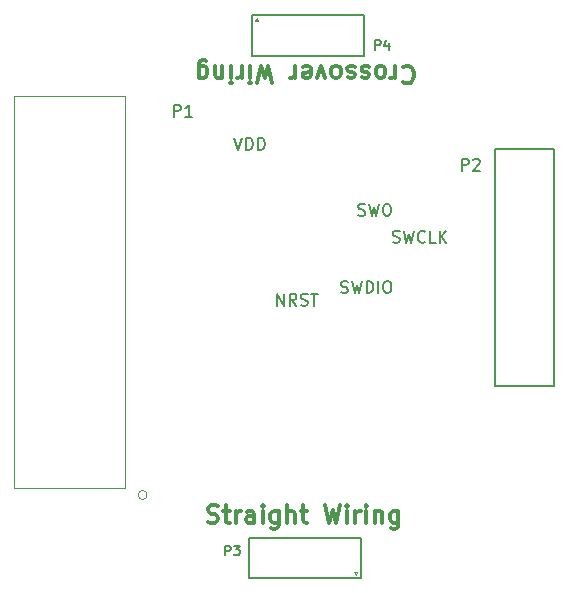
<source format=gbr>
%TF.GenerationSoftware,KiCad,Pcbnew,7.0.6*%
%TF.CreationDate,2023-08-02T20:25:14-07:00*%
%TF.ProjectId,A0004-SWD-Adapter,41303030-342d-4535-9744-2d4164617074,rev?*%
%TF.SameCoordinates,Original*%
%TF.FileFunction,Legend,Top*%
%TF.FilePolarity,Positive*%
%FSLAX46Y46*%
G04 Gerber Fmt 4.6, Leading zero omitted, Abs format (unit mm)*
G04 Created by KiCad (PCBNEW 7.0.6) date 2023-08-02 20:25:14*
%MOMM*%
%LPD*%
G01*
G04 APERTURE LIST*
%ADD10C,0.300000*%
%ADD11C,0.150000*%
%ADD12C,0.177800*%
%ADD13C,0.120000*%
%ADD14C,0.203200*%
%ADD15C,0.050800*%
%ADD16C,0.127000*%
G04 APERTURE END LIST*
D10*
X143622346Y-81633528D02*
X143693774Y-81562100D01*
X143693774Y-81562100D02*
X143908060Y-81490671D01*
X143908060Y-81490671D02*
X144050917Y-81490671D01*
X144050917Y-81490671D02*
X144265203Y-81562100D01*
X144265203Y-81562100D02*
X144408060Y-81704957D01*
X144408060Y-81704957D02*
X144479489Y-81847814D01*
X144479489Y-81847814D02*
X144550917Y-82133528D01*
X144550917Y-82133528D02*
X144550917Y-82347814D01*
X144550917Y-82347814D02*
X144479489Y-82633528D01*
X144479489Y-82633528D02*
X144408060Y-82776385D01*
X144408060Y-82776385D02*
X144265203Y-82919242D01*
X144265203Y-82919242D02*
X144050917Y-82990671D01*
X144050917Y-82990671D02*
X143908060Y-82990671D01*
X143908060Y-82990671D02*
X143693774Y-82919242D01*
X143693774Y-82919242D02*
X143622346Y-82847814D01*
X142979489Y-81490671D02*
X142979489Y-82490671D01*
X142979489Y-82204957D02*
X142908060Y-82347814D01*
X142908060Y-82347814D02*
X142836632Y-82419242D01*
X142836632Y-82419242D02*
X142693774Y-82490671D01*
X142693774Y-82490671D02*
X142550917Y-82490671D01*
X141836632Y-81490671D02*
X141979489Y-81562100D01*
X141979489Y-81562100D02*
X142050918Y-81633528D01*
X142050918Y-81633528D02*
X142122346Y-81776385D01*
X142122346Y-81776385D02*
X142122346Y-82204957D01*
X142122346Y-82204957D02*
X142050918Y-82347814D01*
X142050918Y-82347814D02*
X141979489Y-82419242D01*
X141979489Y-82419242D02*
X141836632Y-82490671D01*
X141836632Y-82490671D02*
X141622346Y-82490671D01*
X141622346Y-82490671D02*
X141479489Y-82419242D01*
X141479489Y-82419242D02*
X141408061Y-82347814D01*
X141408061Y-82347814D02*
X141336632Y-82204957D01*
X141336632Y-82204957D02*
X141336632Y-81776385D01*
X141336632Y-81776385D02*
X141408061Y-81633528D01*
X141408061Y-81633528D02*
X141479489Y-81562100D01*
X141479489Y-81562100D02*
X141622346Y-81490671D01*
X141622346Y-81490671D02*
X141836632Y-81490671D01*
X140765203Y-81562100D02*
X140622346Y-81490671D01*
X140622346Y-81490671D02*
X140336632Y-81490671D01*
X140336632Y-81490671D02*
X140193775Y-81562100D01*
X140193775Y-81562100D02*
X140122346Y-81704957D01*
X140122346Y-81704957D02*
X140122346Y-81776385D01*
X140122346Y-81776385D02*
X140193775Y-81919242D01*
X140193775Y-81919242D02*
X140336632Y-81990671D01*
X140336632Y-81990671D02*
X140550918Y-81990671D01*
X140550918Y-81990671D02*
X140693775Y-82062100D01*
X140693775Y-82062100D02*
X140765203Y-82204957D01*
X140765203Y-82204957D02*
X140765203Y-82276385D01*
X140765203Y-82276385D02*
X140693775Y-82419242D01*
X140693775Y-82419242D02*
X140550918Y-82490671D01*
X140550918Y-82490671D02*
X140336632Y-82490671D01*
X140336632Y-82490671D02*
X140193775Y-82419242D01*
X139550917Y-81562100D02*
X139408060Y-81490671D01*
X139408060Y-81490671D02*
X139122346Y-81490671D01*
X139122346Y-81490671D02*
X138979489Y-81562100D01*
X138979489Y-81562100D02*
X138908060Y-81704957D01*
X138908060Y-81704957D02*
X138908060Y-81776385D01*
X138908060Y-81776385D02*
X138979489Y-81919242D01*
X138979489Y-81919242D02*
X139122346Y-81990671D01*
X139122346Y-81990671D02*
X139336632Y-81990671D01*
X139336632Y-81990671D02*
X139479489Y-82062100D01*
X139479489Y-82062100D02*
X139550917Y-82204957D01*
X139550917Y-82204957D02*
X139550917Y-82276385D01*
X139550917Y-82276385D02*
X139479489Y-82419242D01*
X139479489Y-82419242D02*
X139336632Y-82490671D01*
X139336632Y-82490671D02*
X139122346Y-82490671D01*
X139122346Y-82490671D02*
X138979489Y-82419242D01*
X138050917Y-81490671D02*
X138193774Y-81562100D01*
X138193774Y-81562100D02*
X138265203Y-81633528D01*
X138265203Y-81633528D02*
X138336631Y-81776385D01*
X138336631Y-81776385D02*
X138336631Y-82204957D01*
X138336631Y-82204957D02*
X138265203Y-82347814D01*
X138265203Y-82347814D02*
X138193774Y-82419242D01*
X138193774Y-82419242D02*
X138050917Y-82490671D01*
X138050917Y-82490671D02*
X137836631Y-82490671D01*
X137836631Y-82490671D02*
X137693774Y-82419242D01*
X137693774Y-82419242D02*
X137622346Y-82347814D01*
X137622346Y-82347814D02*
X137550917Y-82204957D01*
X137550917Y-82204957D02*
X137550917Y-81776385D01*
X137550917Y-81776385D02*
X137622346Y-81633528D01*
X137622346Y-81633528D02*
X137693774Y-81562100D01*
X137693774Y-81562100D02*
X137836631Y-81490671D01*
X137836631Y-81490671D02*
X138050917Y-81490671D01*
X137050917Y-82490671D02*
X136693774Y-81490671D01*
X136693774Y-81490671D02*
X136336631Y-82490671D01*
X135193774Y-81562100D02*
X135336631Y-81490671D01*
X135336631Y-81490671D02*
X135622346Y-81490671D01*
X135622346Y-81490671D02*
X135765203Y-81562100D01*
X135765203Y-81562100D02*
X135836631Y-81704957D01*
X135836631Y-81704957D02*
X135836631Y-82276385D01*
X135836631Y-82276385D02*
X135765203Y-82419242D01*
X135765203Y-82419242D02*
X135622346Y-82490671D01*
X135622346Y-82490671D02*
X135336631Y-82490671D01*
X135336631Y-82490671D02*
X135193774Y-82419242D01*
X135193774Y-82419242D02*
X135122346Y-82276385D01*
X135122346Y-82276385D02*
X135122346Y-82133528D01*
X135122346Y-82133528D02*
X135836631Y-81990671D01*
X134479489Y-81490671D02*
X134479489Y-82490671D01*
X134479489Y-82204957D02*
X134408060Y-82347814D01*
X134408060Y-82347814D02*
X134336632Y-82419242D01*
X134336632Y-82419242D02*
X134193774Y-82490671D01*
X134193774Y-82490671D02*
X134050917Y-82490671D01*
X132550918Y-82990671D02*
X132193775Y-81490671D01*
X132193775Y-81490671D02*
X131908061Y-82562100D01*
X131908061Y-82562100D02*
X131622346Y-81490671D01*
X131622346Y-81490671D02*
X131265204Y-82990671D01*
X130693775Y-81490671D02*
X130693775Y-82490671D01*
X130693775Y-82990671D02*
X130765203Y-82919242D01*
X130765203Y-82919242D02*
X130693775Y-82847814D01*
X130693775Y-82847814D02*
X130622346Y-82919242D01*
X130622346Y-82919242D02*
X130693775Y-82990671D01*
X130693775Y-82990671D02*
X130693775Y-82847814D01*
X129979489Y-81490671D02*
X129979489Y-82490671D01*
X129979489Y-82204957D02*
X129908060Y-82347814D01*
X129908060Y-82347814D02*
X129836632Y-82419242D01*
X129836632Y-82419242D02*
X129693774Y-82490671D01*
X129693774Y-82490671D02*
X129550917Y-82490671D01*
X129050918Y-81490671D02*
X129050918Y-82490671D01*
X129050918Y-82990671D02*
X129122346Y-82919242D01*
X129122346Y-82919242D02*
X129050918Y-82847814D01*
X129050918Y-82847814D02*
X128979489Y-82919242D01*
X128979489Y-82919242D02*
X129050918Y-82990671D01*
X129050918Y-82990671D02*
X129050918Y-82847814D01*
X128336632Y-82490671D02*
X128336632Y-81490671D01*
X128336632Y-82347814D02*
X128265203Y-82419242D01*
X128265203Y-82419242D02*
X128122346Y-82490671D01*
X128122346Y-82490671D02*
X127908060Y-82490671D01*
X127908060Y-82490671D02*
X127765203Y-82419242D01*
X127765203Y-82419242D02*
X127693775Y-82276385D01*
X127693775Y-82276385D02*
X127693775Y-81490671D01*
X126336632Y-82490671D02*
X126336632Y-81276385D01*
X126336632Y-81276385D02*
X126408060Y-81133528D01*
X126408060Y-81133528D02*
X126479489Y-81062100D01*
X126479489Y-81062100D02*
X126622346Y-80990671D01*
X126622346Y-80990671D02*
X126836632Y-80990671D01*
X126836632Y-80990671D02*
X126979489Y-81062100D01*
X126336632Y-81562100D02*
X126479489Y-81490671D01*
X126479489Y-81490671D02*
X126765203Y-81490671D01*
X126765203Y-81490671D02*
X126908060Y-81562100D01*
X126908060Y-81562100D02*
X126979489Y-81633528D01*
X126979489Y-81633528D02*
X127050917Y-81776385D01*
X127050917Y-81776385D02*
X127050917Y-82204957D01*
X127050917Y-82204957D02*
X126979489Y-82347814D01*
X126979489Y-82347814D02*
X126908060Y-82419242D01*
X126908060Y-82419242D02*
X126765203Y-82490671D01*
X126765203Y-82490671D02*
X126479489Y-82490671D01*
X126479489Y-82490671D02*
X126336632Y-82419242D01*
X127102082Y-120113900D02*
X127316368Y-120185328D01*
X127316368Y-120185328D02*
X127673510Y-120185328D01*
X127673510Y-120185328D02*
X127816368Y-120113900D01*
X127816368Y-120113900D02*
X127887796Y-120042471D01*
X127887796Y-120042471D02*
X127959225Y-119899614D01*
X127959225Y-119899614D02*
X127959225Y-119756757D01*
X127959225Y-119756757D02*
X127887796Y-119613900D01*
X127887796Y-119613900D02*
X127816368Y-119542471D01*
X127816368Y-119542471D02*
X127673510Y-119471042D01*
X127673510Y-119471042D02*
X127387796Y-119399614D01*
X127387796Y-119399614D02*
X127244939Y-119328185D01*
X127244939Y-119328185D02*
X127173510Y-119256757D01*
X127173510Y-119256757D02*
X127102082Y-119113900D01*
X127102082Y-119113900D02*
X127102082Y-118971042D01*
X127102082Y-118971042D02*
X127173510Y-118828185D01*
X127173510Y-118828185D02*
X127244939Y-118756757D01*
X127244939Y-118756757D02*
X127387796Y-118685328D01*
X127387796Y-118685328D02*
X127744939Y-118685328D01*
X127744939Y-118685328D02*
X127959225Y-118756757D01*
X128387796Y-119185328D02*
X128959224Y-119185328D01*
X128602081Y-118685328D02*
X128602081Y-119971042D01*
X128602081Y-119971042D02*
X128673510Y-120113900D01*
X128673510Y-120113900D02*
X128816367Y-120185328D01*
X128816367Y-120185328D02*
X128959224Y-120185328D01*
X129459224Y-120185328D02*
X129459224Y-119185328D01*
X129459224Y-119471042D02*
X129530653Y-119328185D01*
X129530653Y-119328185D02*
X129602082Y-119256757D01*
X129602082Y-119256757D02*
X129744939Y-119185328D01*
X129744939Y-119185328D02*
X129887796Y-119185328D01*
X131030653Y-120185328D02*
X131030653Y-119399614D01*
X131030653Y-119399614D02*
X130959224Y-119256757D01*
X130959224Y-119256757D02*
X130816367Y-119185328D01*
X130816367Y-119185328D02*
X130530653Y-119185328D01*
X130530653Y-119185328D02*
X130387795Y-119256757D01*
X131030653Y-120113900D02*
X130887795Y-120185328D01*
X130887795Y-120185328D02*
X130530653Y-120185328D01*
X130530653Y-120185328D02*
X130387795Y-120113900D01*
X130387795Y-120113900D02*
X130316367Y-119971042D01*
X130316367Y-119971042D02*
X130316367Y-119828185D01*
X130316367Y-119828185D02*
X130387795Y-119685328D01*
X130387795Y-119685328D02*
X130530653Y-119613900D01*
X130530653Y-119613900D02*
X130887795Y-119613900D01*
X130887795Y-119613900D02*
X131030653Y-119542471D01*
X131744938Y-120185328D02*
X131744938Y-119185328D01*
X131744938Y-118685328D02*
X131673510Y-118756757D01*
X131673510Y-118756757D02*
X131744938Y-118828185D01*
X131744938Y-118828185D02*
X131816367Y-118756757D01*
X131816367Y-118756757D02*
X131744938Y-118685328D01*
X131744938Y-118685328D02*
X131744938Y-118828185D01*
X133102082Y-119185328D02*
X133102082Y-120399614D01*
X133102082Y-120399614D02*
X133030653Y-120542471D01*
X133030653Y-120542471D02*
X132959224Y-120613900D01*
X132959224Y-120613900D02*
X132816367Y-120685328D01*
X132816367Y-120685328D02*
X132602082Y-120685328D01*
X132602082Y-120685328D02*
X132459224Y-120613900D01*
X133102082Y-120113900D02*
X132959224Y-120185328D01*
X132959224Y-120185328D02*
X132673510Y-120185328D01*
X132673510Y-120185328D02*
X132530653Y-120113900D01*
X132530653Y-120113900D02*
X132459224Y-120042471D01*
X132459224Y-120042471D02*
X132387796Y-119899614D01*
X132387796Y-119899614D02*
X132387796Y-119471042D01*
X132387796Y-119471042D02*
X132459224Y-119328185D01*
X132459224Y-119328185D02*
X132530653Y-119256757D01*
X132530653Y-119256757D02*
X132673510Y-119185328D01*
X132673510Y-119185328D02*
X132959224Y-119185328D01*
X132959224Y-119185328D02*
X133102082Y-119256757D01*
X133816367Y-120185328D02*
X133816367Y-118685328D01*
X134459225Y-120185328D02*
X134459225Y-119399614D01*
X134459225Y-119399614D02*
X134387796Y-119256757D01*
X134387796Y-119256757D02*
X134244939Y-119185328D01*
X134244939Y-119185328D02*
X134030653Y-119185328D01*
X134030653Y-119185328D02*
X133887796Y-119256757D01*
X133887796Y-119256757D02*
X133816367Y-119328185D01*
X134959225Y-119185328D02*
X135530653Y-119185328D01*
X135173510Y-118685328D02*
X135173510Y-119971042D01*
X135173510Y-119971042D02*
X135244939Y-120113900D01*
X135244939Y-120113900D02*
X135387796Y-120185328D01*
X135387796Y-120185328D02*
X135530653Y-120185328D01*
X137030653Y-118685328D02*
X137387796Y-120185328D01*
X137387796Y-120185328D02*
X137673510Y-119113900D01*
X137673510Y-119113900D02*
X137959225Y-120185328D01*
X137959225Y-120185328D02*
X138316368Y-118685328D01*
X138887796Y-120185328D02*
X138887796Y-119185328D01*
X138887796Y-118685328D02*
X138816368Y-118756757D01*
X138816368Y-118756757D02*
X138887796Y-118828185D01*
X138887796Y-118828185D02*
X138959225Y-118756757D01*
X138959225Y-118756757D02*
X138887796Y-118685328D01*
X138887796Y-118685328D02*
X138887796Y-118828185D01*
X139602082Y-120185328D02*
X139602082Y-119185328D01*
X139602082Y-119471042D02*
X139673511Y-119328185D01*
X139673511Y-119328185D02*
X139744940Y-119256757D01*
X139744940Y-119256757D02*
X139887797Y-119185328D01*
X139887797Y-119185328D02*
X140030654Y-119185328D01*
X140530653Y-120185328D02*
X140530653Y-119185328D01*
X140530653Y-118685328D02*
X140459225Y-118756757D01*
X140459225Y-118756757D02*
X140530653Y-118828185D01*
X140530653Y-118828185D02*
X140602082Y-118756757D01*
X140602082Y-118756757D02*
X140530653Y-118685328D01*
X140530653Y-118685328D02*
X140530653Y-118828185D01*
X141244939Y-119185328D02*
X141244939Y-120185328D01*
X141244939Y-119328185D02*
X141316368Y-119256757D01*
X141316368Y-119256757D02*
X141459225Y-119185328D01*
X141459225Y-119185328D02*
X141673511Y-119185328D01*
X141673511Y-119185328D02*
X141816368Y-119256757D01*
X141816368Y-119256757D02*
X141887797Y-119399614D01*
X141887797Y-119399614D02*
X141887797Y-120185328D01*
X143244940Y-119185328D02*
X143244940Y-120399614D01*
X143244940Y-120399614D02*
X143173511Y-120542471D01*
X143173511Y-120542471D02*
X143102082Y-120613900D01*
X143102082Y-120613900D02*
X142959225Y-120685328D01*
X142959225Y-120685328D02*
X142744940Y-120685328D01*
X142744940Y-120685328D02*
X142602082Y-120613900D01*
X143244940Y-120113900D02*
X143102082Y-120185328D01*
X143102082Y-120185328D02*
X142816368Y-120185328D01*
X142816368Y-120185328D02*
X142673511Y-120113900D01*
X142673511Y-120113900D02*
X142602082Y-120042471D01*
X142602082Y-120042471D02*
X142530654Y-119899614D01*
X142530654Y-119899614D02*
X142530654Y-119471042D01*
X142530654Y-119471042D02*
X142602082Y-119328185D01*
X142602082Y-119328185D02*
X142673511Y-119256757D01*
X142673511Y-119256757D02*
X142816368Y-119185328D01*
X142816368Y-119185328D02*
X143102082Y-119185328D01*
X143102082Y-119185328D02*
X143244940Y-119256757D01*
D11*
X124229905Y-85798818D02*
X124229905Y-84798818D01*
X124229905Y-84798818D02*
X124610857Y-84798818D01*
X124610857Y-84798818D02*
X124706095Y-84846437D01*
X124706095Y-84846437D02*
X124753714Y-84894056D01*
X124753714Y-84894056D02*
X124801333Y-84989294D01*
X124801333Y-84989294D02*
X124801333Y-85132151D01*
X124801333Y-85132151D02*
X124753714Y-85227389D01*
X124753714Y-85227389D02*
X124706095Y-85275008D01*
X124706095Y-85275008D02*
X124610857Y-85322627D01*
X124610857Y-85322627D02*
X124229905Y-85322627D01*
X125753714Y-85798818D02*
X125182286Y-85798818D01*
X125468000Y-85798818D02*
X125468000Y-84798818D01*
X125468000Y-84798818D02*
X125372762Y-84941675D01*
X125372762Y-84941675D02*
X125277524Y-85036913D01*
X125277524Y-85036913D02*
X125182286Y-85084532D01*
X141268524Y-80118295D02*
X141268524Y-79318295D01*
X141268524Y-79318295D02*
X141573286Y-79318295D01*
X141573286Y-79318295D02*
X141649476Y-79356390D01*
X141649476Y-79356390D02*
X141687571Y-79394485D01*
X141687571Y-79394485D02*
X141725667Y-79470676D01*
X141725667Y-79470676D02*
X141725667Y-79584961D01*
X141725667Y-79584961D02*
X141687571Y-79661152D01*
X141687571Y-79661152D02*
X141649476Y-79699247D01*
X141649476Y-79699247D02*
X141573286Y-79737342D01*
X141573286Y-79737342D02*
X141268524Y-79737342D01*
X142411381Y-79584961D02*
X142411381Y-80118295D01*
X142220905Y-79280200D02*
X142030428Y-79851628D01*
X142030428Y-79851628D02*
X142525667Y-79851628D01*
X128568524Y-122917295D02*
X128568524Y-122117295D01*
X128568524Y-122117295D02*
X128873286Y-122117295D01*
X128873286Y-122117295D02*
X128949476Y-122155390D01*
X128949476Y-122155390D02*
X128987571Y-122193485D01*
X128987571Y-122193485D02*
X129025667Y-122269676D01*
X129025667Y-122269676D02*
X129025667Y-122383961D01*
X129025667Y-122383961D02*
X128987571Y-122460152D01*
X128987571Y-122460152D02*
X128949476Y-122498247D01*
X128949476Y-122498247D02*
X128873286Y-122536342D01*
X128873286Y-122536342D02*
X128568524Y-122536342D01*
X129292333Y-122117295D02*
X129787571Y-122117295D01*
X129787571Y-122117295D02*
X129520905Y-122422057D01*
X129520905Y-122422057D02*
X129635190Y-122422057D01*
X129635190Y-122422057D02*
X129711381Y-122460152D01*
X129711381Y-122460152D02*
X129749476Y-122498247D01*
X129749476Y-122498247D02*
X129787571Y-122574438D01*
X129787571Y-122574438D02*
X129787571Y-122764914D01*
X129787571Y-122764914D02*
X129749476Y-122841104D01*
X129749476Y-122841104D02*
X129711381Y-122879200D01*
X129711381Y-122879200D02*
X129635190Y-122917295D01*
X129635190Y-122917295D02*
X129406619Y-122917295D01*
X129406619Y-122917295D02*
X129330428Y-122879200D01*
X129330428Y-122879200D02*
X129292333Y-122841104D01*
D12*
X148620843Y-90365024D02*
X148620843Y-89374424D01*
X148620843Y-89374424D02*
X148998214Y-89374424D01*
X148998214Y-89374424D02*
X149092557Y-89421595D01*
X149092557Y-89421595D02*
X149139728Y-89468767D01*
X149139728Y-89468767D02*
X149186900Y-89563110D01*
X149186900Y-89563110D02*
X149186900Y-89704624D01*
X149186900Y-89704624D02*
X149139728Y-89798967D01*
X149139728Y-89798967D02*
X149092557Y-89846138D01*
X149092557Y-89846138D02*
X148998214Y-89893310D01*
X148998214Y-89893310D02*
X148620843Y-89893310D01*
X149564271Y-89468767D02*
X149611443Y-89421595D01*
X149611443Y-89421595D02*
X149705786Y-89374424D01*
X149705786Y-89374424D02*
X149941643Y-89374424D01*
X149941643Y-89374424D02*
X150035986Y-89421595D01*
X150035986Y-89421595D02*
X150083157Y-89468767D01*
X150083157Y-89468767D02*
X150130328Y-89563110D01*
X150130328Y-89563110D02*
X150130328Y-89657453D01*
X150130328Y-89657453D02*
X150083157Y-89798967D01*
X150083157Y-89798967D02*
X149517100Y-90365024D01*
X149517100Y-90365024D02*
X150130328Y-90365024D01*
D11*
X129349667Y-87592819D02*
X129683000Y-88592819D01*
X129683000Y-88592819D02*
X130016333Y-87592819D01*
X130349667Y-88592819D02*
X130349667Y-87592819D01*
X130349667Y-87592819D02*
X130587762Y-87592819D01*
X130587762Y-87592819D02*
X130730619Y-87640438D01*
X130730619Y-87640438D02*
X130825857Y-87735676D01*
X130825857Y-87735676D02*
X130873476Y-87830914D01*
X130873476Y-87830914D02*
X130921095Y-88021390D01*
X130921095Y-88021390D02*
X130921095Y-88164247D01*
X130921095Y-88164247D02*
X130873476Y-88354723D01*
X130873476Y-88354723D02*
X130825857Y-88449961D01*
X130825857Y-88449961D02*
X130730619Y-88545200D01*
X130730619Y-88545200D02*
X130587762Y-88592819D01*
X130587762Y-88592819D02*
X130349667Y-88592819D01*
X131349667Y-88592819D02*
X131349667Y-87592819D01*
X131349667Y-87592819D02*
X131587762Y-87592819D01*
X131587762Y-87592819D02*
X131730619Y-87640438D01*
X131730619Y-87640438D02*
X131825857Y-87735676D01*
X131825857Y-87735676D02*
X131873476Y-87830914D01*
X131873476Y-87830914D02*
X131921095Y-88021390D01*
X131921095Y-88021390D02*
X131921095Y-88164247D01*
X131921095Y-88164247D02*
X131873476Y-88354723D01*
X131873476Y-88354723D02*
X131825857Y-88449961D01*
X131825857Y-88449961D02*
X131730619Y-88545200D01*
X131730619Y-88545200D02*
X131587762Y-88592819D01*
X131587762Y-88592819D02*
X131349667Y-88592819D01*
X142772095Y-96419200D02*
X142914952Y-96466819D01*
X142914952Y-96466819D02*
X143153047Y-96466819D01*
X143153047Y-96466819D02*
X143248285Y-96419200D01*
X143248285Y-96419200D02*
X143295904Y-96371580D01*
X143295904Y-96371580D02*
X143343523Y-96276342D01*
X143343523Y-96276342D02*
X143343523Y-96181104D01*
X143343523Y-96181104D02*
X143295904Y-96085866D01*
X143295904Y-96085866D02*
X143248285Y-96038247D01*
X143248285Y-96038247D02*
X143153047Y-95990628D01*
X143153047Y-95990628D02*
X142962571Y-95943009D01*
X142962571Y-95943009D02*
X142867333Y-95895390D01*
X142867333Y-95895390D02*
X142819714Y-95847771D01*
X142819714Y-95847771D02*
X142772095Y-95752533D01*
X142772095Y-95752533D02*
X142772095Y-95657295D01*
X142772095Y-95657295D02*
X142819714Y-95562057D01*
X142819714Y-95562057D02*
X142867333Y-95514438D01*
X142867333Y-95514438D02*
X142962571Y-95466819D01*
X142962571Y-95466819D02*
X143200666Y-95466819D01*
X143200666Y-95466819D02*
X143343523Y-95514438D01*
X143676857Y-95466819D02*
X143914952Y-96466819D01*
X143914952Y-96466819D02*
X144105428Y-95752533D01*
X144105428Y-95752533D02*
X144295904Y-96466819D01*
X144295904Y-96466819D02*
X144534000Y-95466819D01*
X145486380Y-96371580D02*
X145438761Y-96419200D01*
X145438761Y-96419200D02*
X145295904Y-96466819D01*
X145295904Y-96466819D02*
X145200666Y-96466819D01*
X145200666Y-96466819D02*
X145057809Y-96419200D01*
X145057809Y-96419200D02*
X144962571Y-96323961D01*
X144962571Y-96323961D02*
X144914952Y-96228723D01*
X144914952Y-96228723D02*
X144867333Y-96038247D01*
X144867333Y-96038247D02*
X144867333Y-95895390D01*
X144867333Y-95895390D02*
X144914952Y-95704914D01*
X144914952Y-95704914D02*
X144962571Y-95609676D01*
X144962571Y-95609676D02*
X145057809Y-95514438D01*
X145057809Y-95514438D02*
X145200666Y-95466819D01*
X145200666Y-95466819D02*
X145295904Y-95466819D01*
X145295904Y-95466819D02*
X145438761Y-95514438D01*
X145438761Y-95514438D02*
X145486380Y-95562057D01*
X146391142Y-96466819D02*
X145914952Y-96466819D01*
X145914952Y-96466819D02*
X145914952Y-95466819D01*
X146724476Y-96466819D02*
X146724476Y-95466819D01*
X147295904Y-96466819D02*
X146867333Y-95895390D01*
X147295904Y-95466819D02*
X146724476Y-96038247D01*
X132977143Y-101800819D02*
X132977143Y-100800819D01*
X132977143Y-100800819D02*
X133548571Y-101800819D01*
X133548571Y-101800819D02*
X133548571Y-100800819D01*
X134596190Y-101800819D02*
X134262857Y-101324628D01*
X134024762Y-101800819D02*
X134024762Y-100800819D01*
X134024762Y-100800819D02*
X134405714Y-100800819D01*
X134405714Y-100800819D02*
X134500952Y-100848438D01*
X134500952Y-100848438D02*
X134548571Y-100896057D01*
X134548571Y-100896057D02*
X134596190Y-100991295D01*
X134596190Y-100991295D02*
X134596190Y-101134152D01*
X134596190Y-101134152D02*
X134548571Y-101229390D01*
X134548571Y-101229390D02*
X134500952Y-101277009D01*
X134500952Y-101277009D02*
X134405714Y-101324628D01*
X134405714Y-101324628D02*
X134024762Y-101324628D01*
X134977143Y-101753200D02*
X135120000Y-101800819D01*
X135120000Y-101800819D02*
X135358095Y-101800819D01*
X135358095Y-101800819D02*
X135453333Y-101753200D01*
X135453333Y-101753200D02*
X135500952Y-101705580D01*
X135500952Y-101705580D02*
X135548571Y-101610342D01*
X135548571Y-101610342D02*
X135548571Y-101515104D01*
X135548571Y-101515104D02*
X135500952Y-101419866D01*
X135500952Y-101419866D02*
X135453333Y-101372247D01*
X135453333Y-101372247D02*
X135358095Y-101324628D01*
X135358095Y-101324628D02*
X135167619Y-101277009D01*
X135167619Y-101277009D02*
X135072381Y-101229390D01*
X135072381Y-101229390D02*
X135024762Y-101181771D01*
X135024762Y-101181771D02*
X134977143Y-101086533D01*
X134977143Y-101086533D02*
X134977143Y-100991295D01*
X134977143Y-100991295D02*
X135024762Y-100896057D01*
X135024762Y-100896057D02*
X135072381Y-100848438D01*
X135072381Y-100848438D02*
X135167619Y-100800819D01*
X135167619Y-100800819D02*
X135405714Y-100800819D01*
X135405714Y-100800819D02*
X135548571Y-100848438D01*
X135834286Y-100800819D02*
X136405714Y-100800819D01*
X136120000Y-101800819D02*
X136120000Y-100800819D01*
X138393753Y-100686400D02*
X138536610Y-100734019D01*
X138536610Y-100734019D02*
X138774705Y-100734019D01*
X138774705Y-100734019D02*
X138869943Y-100686400D01*
X138869943Y-100686400D02*
X138917562Y-100638780D01*
X138917562Y-100638780D02*
X138965181Y-100543542D01*
X138965181Y-100543542D02*
X138965181Y-100448304D01*
X138965181Y-100448304D02*
X138917562Y-100353066D01*
X138917562Y-100353066D02*
X138869943Y-100305447D01*
X138869943Y-100305447D02*
X138774705Y-100257828D01*
X138774705Y-100257828D02*
X138584229Y-100210209D01*
X138584229Y-100210209D02*
X138488991Y-100162590D01*
X138488991Y-100162590D02*
X138441372Y-100114971D01*
X138441372Y-100114971D02*
X138393753Y-100019733D01*
X138393753Y-100019733D02*
X138393753Y-99924495D01*
X138393753Y-99924495D02*
X138441372Y-99829257D01*
X138441372Y-99829257D02*
X138488991Y-99781638D01*
X138488991Y-99781638D02*
X138584229Y-99734019D01*
X138584229Y-99734019D02*
X138822324Y-99734019D01*
X138822324Y-99734019D02*
X138965181Y-99781638D01*
X139298515Y-99734019D02*
X139536610Y-100734019D01*
X139536610Y-100734019D02*
X139727086Y-100019733D01*
X139727086Y-100019733D02*
X139917562Y-100734019D01*
X139917562Y-100734019D02*
X140155658Y-99734019D01*
X140536610Y-100734019D02*
X140536610Y-99734019D01*
X140536610Y-99734019D02*
X140774705Y-99734019D01*
X140774705Y-99734019D02*
X140917562Y-99781638D01*
X140917562Y-99781638D02*
X141012800Y-99876876D01*
X141012800Y-99876876D02*
X141060419Y-99972114D01*
X141060419Y-99972114D02*
X141108038Y-100162590D01*
X141108038Y-100162590D02*
X141108038Y-100305447D01*
X141108038Y-100305447D02*
X141060419Y-100495923D01*
X141060419Y-100495923D02*
X141012800Y-100591161D01*
X141012800Y-100591161D02*
X140917562Y-100686400D01*
X140917562Y-100686400D02*
X140774705Y-100734019D01*
X140774705Y-100734019D02*
X140536610Y-100734019D01*
X141536610Y-100734019D02*
X141536610Y-99734019D01*
X142203276Y-99734019D02*
X142393752Y-99734019D01*
X142393752Y-99734019D02*
X142488990Y-99781638D01*
X142488990Y-99781638D02*
X142584228Y-99876876D01*
X142584228Y-99876876D02*
X142631847Y-100067352D01*
X142631847Y-100067352D02*
X142631847Y-100400685D01*
X142631847Y-100400685D02*
X142584228Y-100591161D01*
X142584228Y-100591161D02*
X142488990Y-100686400D01*
X142488990Y-100686400D02*
X142393752Y-100734019D01*
X142393752Y-100734019D02*
X142203276Y-100734019D01*
X142203276Y-100734019D02*
X142108038Y-100686400D01*
X142108038Y-100686400D02*
X142012800Y-100591161D01*
X142012800Y-100591161D02*
X141965181Y-100400685D01*
X141965181Y-100400685D02*
X141965181Y-100067352D01*
X141965181Y-100067352D02*
X142012800Y-99876876D01*
X142012800Y-99876876D02*
X142108038Y-99781638D01*
X142108038Y-99781638D02*
X142203276Y-99734019D01*
X139843048Y-94133200D02*
X139985905Y-94180819D01*
X139985905Y-94180819D02*
X140224000Y-94180819D01*
X140224000Y-94180819D02*
X140319238Y-94133200D01*
X140319238Y-94133200D02*
X140366857Y-94085580D01*
X140366857Y-94085580D02*
X140414476Y-93990342D01*
X140414476Y-93990342D02*
X140414476Y-93895104D01*
X140414476Y-93895104D02*
X140366857Y-93799866D01*
X140366857Y-93799866D02*
X140319238Y-93752247D01*
X140319238Y-93752247D02*
X140224000Y-93704628D01*
X140224000Y-93704628D02*
X140033524Y-93657009D01*
X140033524Y-93657009D02*
X139938286Y-93609390D01*
X139938286Y-93609390D02*
X139890667Y-93561771D01*
X139890667Y-93561771D02*
X139843048Y-93466533D01*
X139843048Y-93466533D02*
X139843048Y-93371295D01*
X139843048Y-93371295D02*
X139890667Y-93276057D01*
X139890667Y-93276057D02*
X139938286Y-93228438D01*
X139938286Y-93228438D02*
X140033524Y-93180819D01*
X140033524Y-93180819D02*
X140271619Y-93180819D01*
X140271619Y-93180819D02*
X140414476Y-93228438D01*
X140747810Y-93180819D02*
X140985905Y-94180819D01*
X140985905Y-94180819D02*
X141176381Y-93466533D01*
X141176381Y-93466533D02*
X141366857Y-94180819D01*
X141366857Y-94180819D02*
X141604953Y-93180819D01*
X142176381Y-93180819D02*
X142366857Y-93180819D01*
X142366857Y-93180819D02*
X142462095Y-93228438D01*
X142462095Y-93228438D02*
X142557333Y-93323676D01*
X142557333Y-93323676D02*
X142604952Y-93514152D01*
X142604952Y-93514152D02*
X142604952Y-93847485D01*
X142604952Y-93847485D02*
X142557333Y-94037961D01*
X142557333Y-94037961D02*
X142462095Y-94133200D01*
X142462095Y-94133200D02*
X142366857Y-94180819D01*
X142366857Y-94180819D02*
X142176381Y-94180819D01*
X142176381Y-94180819D02*
X142081143Y-94133200D01*
X142081143Y-94133200D02*
X141985905Y-94037961D01*
X141985905Y-94037961D02*
X141938286Y-93847485D01*
X141938286Y-93847485D02*
X141938286Y-93514152D01*
X141938286Y-93514152D02*
X141985905Y-93323676D01*
X141985905Y-93323676D02*
X142081143Y-93228438D01*
X142081143Y-93228438D02*
X142176381Y-93180819D01*
D13*
%TO.C,P1*%
X110712250Y-84056499D02*
X110712250Y-117203499D01*
X120059450Y-117203499D02*
X120059450Y-84056499D01*
X110712250Y-117203499D02*
X120059450Y-117203499D01*
X120059450Y-84056499D02*
X110712250Y-84056499D01*
X121964450Y-117838499D02*
G75*
G03*
X121964450Y-117838499I-381000J0D01*
G01*
D14*
%TO.C,P4*%
X140314000Y-80625000D02*
X130804000Y-80625000D01*
X140314000Y-77225000D02*
X140314000Y-80625000D01*
X130804000Y-80625000D02*
X130804000Y-77225000D01*
X130804000Y-77225000D02*
X140314000Y-77225000D01*
D15*
X131368000Y-77724000D02*
X131114000Y-77724000D01*
X131241000Y-77470000D01*
X131368000Y-77724000D01*
G36*
X131368000Y-77724000D02*
G01*
X131114000Y-77724000D01*
X131241000Y-77470000D01*
X131368000Y-77724000D01*
G37*
D14*
%TO.C,P3*%
X130550000Y-121432000D02*
X140060000Y-121432000D01*
X130550000Y-124832000D02*
X130550000Y-121432000D01*
X140060000Y-121432000D02*
X140060000Y-124832000D01*
X140060000Y-124832000D02*
X130550000Y-124832000D01*
D15*
X139623000Y-124587000D02*
X139496000Y-124333000D01*
X139750000Y-124333000D01*
X139623000Y-124587000D01*
G36*
X139623000Y-124587000D02*
G01*
X139496000Y-124333000D01*
X139750000Y-124333000D01*
X139623000Y-124587000D01*
G37*
D16*
%TO.C,P2*%
X156436950Y-108585000D02*
X151436950Y-108585000D01*
X151436950Y-88519000D02*
X156436950Y-88519000D01*
X151436950Y-108585000D02*
X151436950Y-88519000D01*
X156436950Y-88519000D02*
X156436950Y-108585000D01*
%TD*%
M02*

</source>
